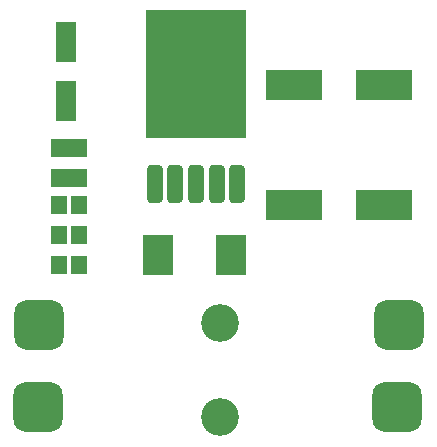
<source format=gts>
G04*
G04 #@! TF.GenerationSoftware,Altium Limited,Altium Designer,20.0.13 (296)*
G04*
G04 Layer_Color=8388736*
%FSLAX25Y25*%
%MOIN*%
G70*
G01*
G75*
%ADD20R,0.18713X0.09855*%
%ADD21R,0.07099X0.13398*%
%ADD22R,0.33792X0.42768*%
G04:AMPARAMS|DCode=23|XSize=55.24mil|YSize=128.08mil|CornerRadius=15.81mil|HoleSize=0mil|Usage=FLASHONLY|Rotation=0.000|XOffset=0mil|YOffset=0mil|HoleType=Round|Shape=RoundedRectangle|*
%AMROUNDEDRECTD23*
21,1,0.05524,0.09646,0,0,0.0*
21,1,0.02362,0.12808,0,0,0.0*
1,1,0.03162,0.01181,-0.04823*
1,1,0.03162,-0.01181,-0.04823*
1,1,0.03162,-0.01181,0.04823*
1,1,0.03162,0.01181,0.04823*
%
%ADD23ROUNDEDRECTD23*%
%ADD24R,0.10446X0.13202*%
%ADD25R,0.05918X0.06312*%
%ADD26R,0.05328X0.06115*%
G04:AMPARAMS|DCode=27|XSize=165.48mil|YSize=165.48mil|CornerRadius=43.37mil|HoleSize=0mil|Usage=FLASHONLY|Rotation=0.000|XOffset=0mil|YOffset=0mil|HoleType=Round|Shape=RoundedRectangle|*
%AMROUNDEDRECTD27*
21,1,0.16548,0.07874,0,0,0.0*
21,1,0.07874,0.16548,0,0,0.0*
1,1,0.08674,0.03937,-0.03937*
1,1,0.08674,-0.03937,-0.03937*
1,1,0.08674,-0.03937,0.03937*
1,1,0.08674,0.03937,0.03937*
%
%ADD27ROUNDEDRECTD27*%
%ADD28C,0.12611*%
D20*
X495490Y274205D02*
D03*
X465569D02*
D03*
X495490Y314205D02*
D03*
X465569D02*
D03*
D21*
X389361Y308917D02*
D03*
Y328602D02*
D03*
D22*
X432874Y317806D02*
D03*
D23*
X419095Y281192D02*
D03*
X425985D02*
D03*
X432874D02*
D03*
X439764D02*
D03*
X446654D02*
D03*
D24*
X420277Y257497D02*
D03*
X444686D02*
D03*
D25*
X387378Y283247D02*
D03*
X393677D02*
D03*
X387378Y293247D02*
D03*
X393677D02*
D03*
D26*
X393974Y264205D02*
D03*
X387084D02*
D03*
X387084Y254205D02*
D03*
X393974D02*
D03*
X393974Y274205D02*
D03*
X387085D02*
D03*
D27*
X500529Y234205D02*
D03*
X499869Y206995D02*
D03*
X380529Y234205D02*
D03*
X380158Y206991D02*
D03*
D28*
X440966Y234871D02*
D03*
Y203375D02*
D03*
M02*

</source>
